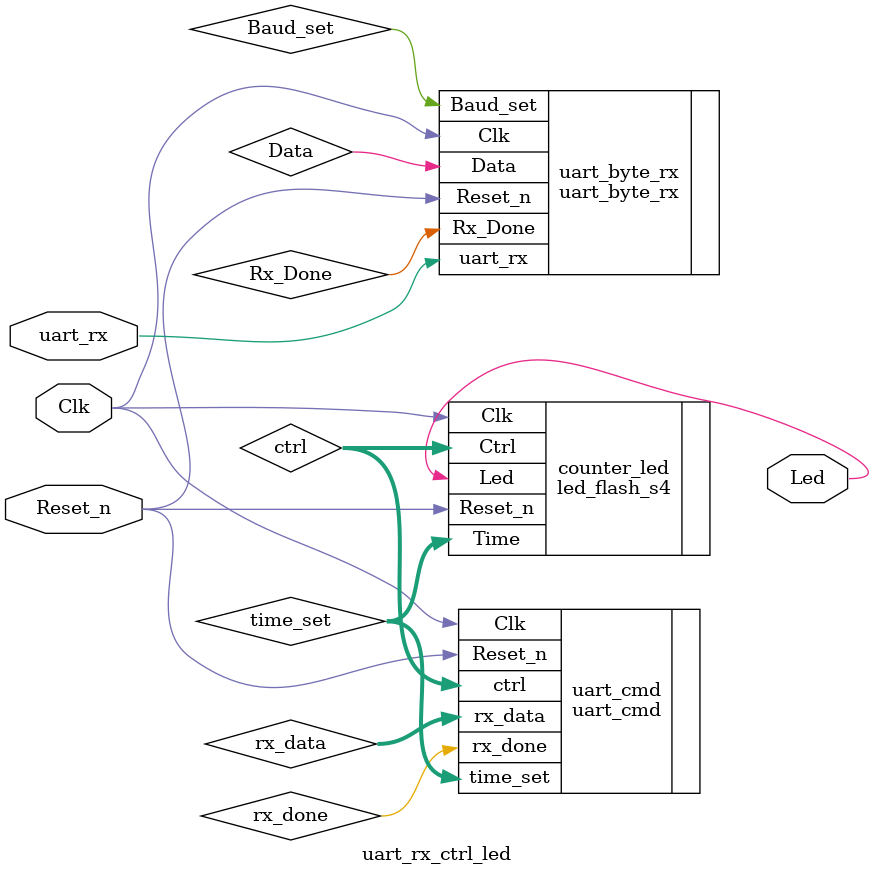
<source format=v>
module uart_rx_ctrl_led(
    Clk, 
    Reset_n,
    Led,
    uart_rx
);
    
    input Clk; 
    input Reset_n;
    output Led;
    input uart_rx;
    
    wire [7:0]ctrl;
    wire [31:0]time_set;
    wire [7:0]rx_data;
    wire rx_done;
    
    led_flash_s4 counter_led(
        .Clk(Clk),
        .Reset_n(Reset_n),
        .Ctrl(ctrl),
        .Time(time_set),
        .Led(Led)
    );

    uart_byte_rx uart_byte_rx(
        .Clk(Clk),
        .Reset_n(Reset_n),
        .Baud_set(Baud_set),
        .uart_rx(uart_rx),
        .Data(Data),   
        .Rx_Done(Rx_Done)
    );
    
    uart_cmd uart_cmd(
        .Clk(Clk),
        .Reset_n(Reset_n),
        .rx_data(rx_data),
        .rx_done(rx_done),
        .ctrl(ctrl),
        .time_set(time_set)
    );


endmodule
</source>
